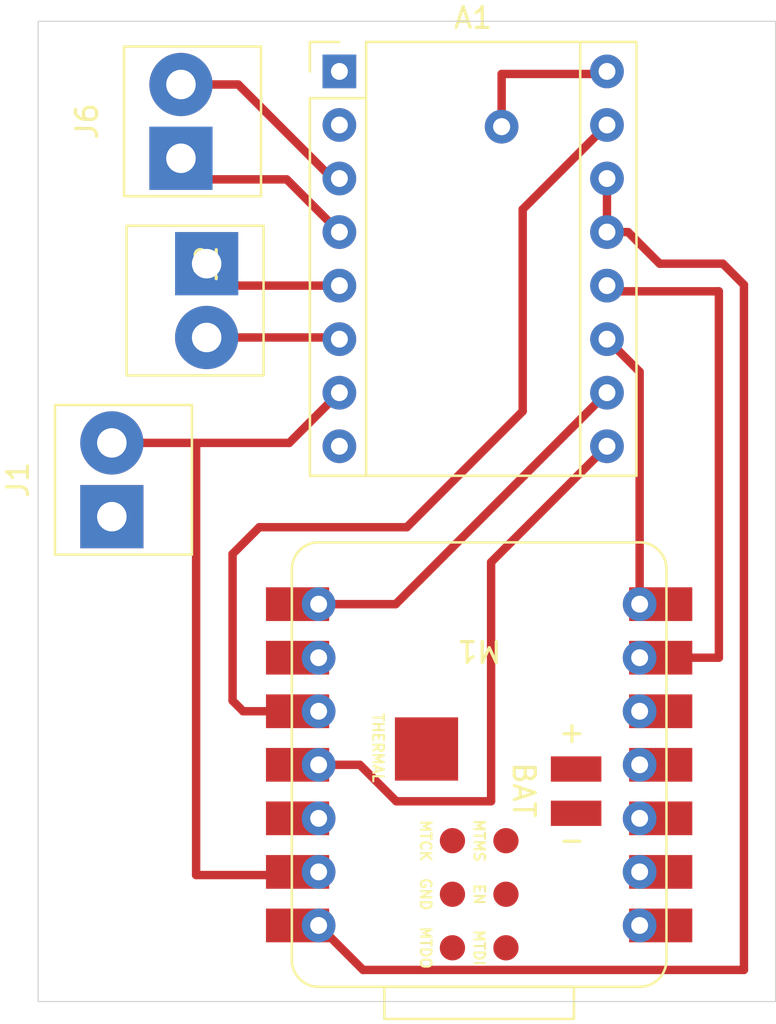
<source format=kicad_pcb>
(kicad_pcb (version 20240108) (generator "pcbnew") (generator_version "8.0")
  (layers (0 "F.Cu" signal) (31 "B.Cu" signal) (34 "B.Paste" user) (35 "F.Paste" user) (36 "B.SilkS" user "B.Silkscreen") (37 "F.SilkS" user "F.Silkscreen") (38 "B.Mask" user) (39 "F.Mask" user) (44 "Edge.Cuts" user))
  (net 0 "")
  (net 2 "VMOT")
  (net 17 "GND1")
  (net 18 "VMOT1")
  (net 19 "Net-(A1-M2)")
  (net 21 "Net-(A1-M0)")
  (net 22 "Net-(A1-~{RST})")
  (net 23 "Net-(A1-A1)")
  (net 24 "Net-(A1-DIR)")
  (net 25 "Net-(A1-B1)")
  (net 26 "Net-(A1-STEP)")
  (net 27 "Net-(A1-B2)")
  (net 28 "Net-(A1-~{EN})")
  (net 29 "Net-(A1-A2)")
  (net 30 "Net-(A1-M1)")
  (footprint "fab:TerminalBlock_OnShore_1x02_P3.50mm_Horizontal" (layer "F.Cu") (at 123.5 57 -90)
    (property "Reference" "J2" (at 0 0 90) (layer "F.SilkS"))
    (property "Value" "Screw_Terminal_01x02_P3.5mm")
    (fp_line (start -1.8 3.8) (end 5.3 3.8) (stroke (width 0.12)) (layer "F.SilkS"))
    (fp_line (start -1.8 -2.7) (end -1.8 3.8) (stroke (width 0.12)) (layer "F.SilkS"))
    (fp_line (start -1.8 -2.7) (end 5.3 -2.7) (stroke (width 0.12)) (layer "F.SilkS"))
    (fp_line (start 5.3 -2.7) (end 5.3 3.8) (stroke (width 0.12)) (layer "F.SilkS"))
    (pad "1" thru_hole rect (at 0 0 270) (size 3 3) (drill 1.4) (layers "*.Cu" "*.Mask") (net 25 "Net-(A1-B1)"))
    (pad "2" thru_hole circle (at 3.5 0 270) (size 3 3) (drill 1.4) (layers "*.Cu" "*.Mask") (net 27 "Net-(A1-B2)"))
  )
  (footprint "fab:TerminalBlock_OnShore_1x02_P3.50mm_Horizontal" (layer "F.Cu") (at 119 69 90)
    (property "Reference" "J1" (at 1.75 -4.46 90) (layer "F.SilkS"))
    (property "Value" "Screw_Terminal_01x02_P3.5mm")
    (fp_line (start 5.3 -2.7) (end 5.3 3.8) (stroke (width 0.12)) (layer "F.SilkS"))
    (fp_line (start -1.8 -2.7) (end 5.3 -2.7) (stroke (width 0.12)) (layer "F.SilkS"))
    (fp_line (start -1.8 -2.7) (end -1.8 3.8) (stroke (width 0.12)) (layer "F.SilkS"))
    (fp_line (start -1.8 3.8) (end 5.3 3.8) (stroke (width 0.12)) (layer "F.SilkS"))
    (pad "1" thru_hole rect (at 0 0 90) (size 3 3) (drill 1.4) (layers "*.Cu" "*.Mask") (net 18 "VMOT1"))
    (pad "2" thru_hole circle (at 3.5 0 90) (size 3 3) (drill 1.4) (layers "*.Cu" "*.Mask") (net 17 "GND1"))
  )
  (footprint "fab:TerminalBlock_OnShore_1x02_P3.50mm_Horizontal" (layer "F.Cu") (at 122.28 52 90)
    (property "Reference" "J6" (at 1.75 -4.46 90) (layer "F.SilkS"))
    (property "Value" "Screw_Terminal_01x02_P3.5mm" (hide yes))
    (fp_line (start 5.3 -2.7) (end 5.3 3.8) (stroke (width 0.12)) (layer "F.SilkS"))
    (fp_line (start -1.8 -2.7) (end 5.3 -2.7) (stroke (width 0.12)) (layer "F.SilkS"))
    (fp_line (start -1.8 -2.7) (end -1.8 3.8) (stroke (width 0.12)) (layer "F.SilkS"))
    (fp_line (start -1.8 3.8) (end 5.3 3.8) (stroke (width 0.12)) (layer "F.SilkS"))
    (pad "1" thru_hole rect (at 0 0 90) (size 3 3) (drill 1.4) (layers "*.Cu" "*.Mask") (net 23 "Net-(A1-A1)"))
    (pad "2" thru_hole circle (at 3.5 0 90) (size 3 3) (drill 1.4) (layers "*.Cu" "*.Mask") (net 29 "Net-(A1-A2)"))
  )
  (footprint "fab:SeeedStudio_XIAO_ESP32C3" (layer "F.Cu") (at 136.435 80.77 180)
    (property "Reference" "M1" (at 0 5.39 180) (layer "F.SilkS"))
    (property "Value" "Module_XIAO-ESP32C3")
    (fp_line (start 8.8925 -9.261) (end 8.8925 9.281) (stroke (width 0.12)) (layer "F.SilkS"))
    (fp_line (start 7.6225 10.551) (end -7.6175 10.551) (stroke (width 0.12)) (layer "F.SilkS"))
    (fp_line (start -7.6175 -10.531) (end 7.6225 -10.531) (stroke (width 0.12)) (layer "F.SilkS"))
    (fp_line (start -8.8875 9.281) (end -8.8875 -9.261) (stroke (width 0.12)) (layer "F.SilkS"))
    (fp_rect (start -4.4975 -10.531) (end 4.5025 -12.055) (stroke (width 0.12)) (fill none) (layer "F.SilkS"))
    (fp_arc (start 8.8925 9.281) (mid 8.520526 10.179026) (end 7.6225 10.551) (stroke (width 0.12)) (layer "F.SilkS"))
    (fp_arc (start 7.6225 -10.531) (mid 8.520526 -10.159026) (end 8.8925 -9.261) (stroke (width 0.12)) (layer "F.SilkS"))
    (fp_arc (start -7.6175 10.551) (mid -8.515526 10.179026) (end -8.8875 9.281) (stroke (width 0.12)) (layer "F.SilkS"))
    (fp_arc (start -8.8875 -9.261) (mid -8.515526 -10.159026) (end -7.6175 -10.531) (stroke (width 0.12)) (layer "F.SilkS"))
    (fp_text user "MTMS" (at 0 -3.6 -90) (layer "F.SilkS") (effects (font (size 0.5 0.5) (thickness 0.1) (bold yes))))
    (fp_text user "GND" (at 2.54 -6.14 -90) (layer "F.SilkS") (effects (font (size 0.5 0.5) (thickness 0.1) (bold yes))))
    (fp_text user "BAT" (at -2.7 -1.2 -90) (layer "F.SilkS") (effects (justify top)))
    (fp_text user "MTCK" (at 2.54 -3.6 -90) (layer "F.SilkS") (effects (font (size 0.5 0.5) (thickness 0.1) (bold yes))))
    (fp_text user "+" (at -4.4 1.4 180) (layer "F.SilkS"))
    (fp_text user "THERMAL" (at 4.8 0.8 -90) (layer "F.SilkS") (effects (font (size 0.5 0.5) (thickness 0.1) (bold yes))))
    (fp_text user "MTDI" (at 0 -8.68 -90) (layer "F.SilkS") (effects (font (size 0.5 0.5) (thickness 0.1) (bold yes))))
    (fp_text user "MTDO" (at 2.54 -8.68 -90) (layer "F.SilkS") (effects (font (size 0.5 0.5) (thickness 0.1) (bold yes))))
    (fp_text user "-" (at -4.4 -3.7 180) (layer "F.SilkS"))
    (fp_text user "EN" (at 0 -6.14 -90) (layer "F.SilkS") (effects (font (size 0.5 0.5) (thickness 0.1) (bold yes))))
    (pad "1" thru_hole circle (at -7.615 -7.62 180) (size 1.6 1.6) (drill 0.8) (layers "*.Cu" "*.Mask"))
    (pad "1" smd rect (at -7.615 -7.62 180) (size 3 1.6) (drill (offset -1 0)) (layers "F.Cu" "F.Paste" "F.Mask"))
    (pad "2" thru_hole circle (at -7.615 -5.08 180) (size 1.6 1.6) (drill 0.8) (layers "*.Cu" "*.Mask"))
    (pad "2" smd rect (at -7.615 -5.08 180) (size 3 1.6) (drill (offset -1 0)) (layers "F.Cu" "F.Paste" "F.Mask"))
    (pad "3" thru_hole circle (at -7.615 -2.54 180) (size 1.6 1.6) (drill 0.8) (layers "*.Cu" "*.Mask"))
    (pad "3" smd rect (at -7.615 -2.54 180) (size 3 1.6) (drill (offset -1 0)) (layers "F.Cu" "F.Paste" "F.Mask"))
    (pad "4" thru_hole circle (at -7.615 0 180) (size 1.6 1.6) (drill 0.8) (layers "*.Cu" "*.Mask"))
    (pad "4" smd rect (at -7.615 0 180) (size 3 1.6) (drill (offset -1 0)) (layers "F.Cu" "F.Paste" "F.Mask"))
    (pad "5" thru_hole circle (at -7.615 2.54 180) (size 1.6 1.6) (drill 0.8) (layers "*.Cu" "*.Mask"))
    (pad "5" smd rect (at -7.615 2.54 180) (size 3 1.6) (drill (offset -1 0)) (layers "F.Cu" "F.Paste" "F.Mask"))
    (pad "6" thru_hole circle (at -7.615 5.08 180) (size 1.6 1.6) (drill 0.8) (layers "*.Cu" "*.Mask") (net 19 "Net-(A1-M2)"))
    (pad "6" smd rect (at -7.615 5.08 180) (size 3 1.6) (drill (offset -1 0)) (layers "F.Cu" "F.Paste" "F.Mask") (net 19 "Net-(A1-M2)"))
    (pad "7" thru_hole circle (at -7.615 7.62 180) (size 1.6 1.6) (drill 0.8) (layers "*.Cu" "*.Mask") (net 30 "Net-(A1-M1)"))
    (pad "7" smd rect (at -7.615 7.62 180) (size 3 1.6) (drill (offset -1 0)) (layers "F.Cu" "F.Paste" "F.Mask") (net 30 "Net-(A1-M1)"))
    (pad "8" thru_hole circle (at 7.62 7.62 180) (size 1.6 1.6) (drill 0.8) (layers "*.Cu" "*.Mask") (net 21 "Net-(A1-M0)"))
    (pad "8" smd rect (at 7.62 7.62 180) (size 3 1.6) (drill (offset 1 0)) (layers "F.Cu" "F.Paste" "F.Mask") (net 21 "Net-(A1-M0)"))
    (pad "9" thru_hole circle (at 7.62 5.08 180) (size 1.6 1.6) (drill 0.8) (layers "*.Cu" "*.Mask") (net 24 "Net-(A1-DIR)"))
    (pad "9" smd rect (at 7.62 5.08 180) (size 3 1.6) (drill (offset 1 0)) (layers "F.Cu" "F.Paste" "F.Mask") (net 24 "Net-(A1-DIR)"))
    (pad "10" thru_hole circle (at 7.62 2.54 180) (size 1.6 1.6) (drill 0.8) (layers "*.Cu" "*.Mask") (net 26 "Net-(A1-STEP)"))
    (pad "10" smd rect (at 7.62 2.54 180) (size 3 1.6) (drill (offset 1 0)) (layers "F.Cu" "F.Paste" "F.Mask") (net 26 "Net-(A1-STEP)"))
    (pad "11" thru_hole circle (at 7.62 0 180) (size 1.6 1.6) (drill 0.8) (layers "*.Cu" "*.Mask") (net 28 "Net-(A1-~{EN})"))
    (pad "11" smd rect (at 7.62 0 180) (size 3 1.6) (drill (offset 1 0)) (layers "F.Cu" "F.Paste" "F.Mask") (net 28 "Net-(A1-~{EN})"))
    (pad "12" thru_hole circle (at 7.62 -2.54 180) (size 1.6 1.6) (drill 0.8) (layers "*.Cu" "*.Mask"))
    (pad "12" smd rect (at 7.62 -2.54 180) (size 3 1.6) (drill (offset 1 0)) (layers "F.Cu" "F.Paste" "F.Mask"))
    (pad "13" thru_hole circle (at 7.62 -5.08 180) (size 1.6 1.6) (drill 0.8) (layers "*.Cu" "*.Mask") (net 17 "GND1"))
    (pad "13" smd rect (at 7.62 -5.08 180) (size 3 1.6) (drill (offset 1 0)) (layers "F.Cu" "F.Paste" "F.Mask") (net 17 "GND1"))
    (pad "14" thru_hole circle (at 7.62 -7.62 180) (size 1.6 1.6) (drill 0.8) (layers "*.Cu" "*.Mask") (net 22 "Net-(A1-~{RST})"))
    (pad "14" smd rect (at 7.62 -7.62 180) (size 3 1.6) (drill (offset 1 0)) (layers "F.Cu" "F.Paste" "F.Mask") (net 22 "Net-(A1-~{RST})"))
    (pad "15" smd rect (at -4.6 -2.3 180) (size 2.4 1.2) (layers "F.Cu" "F.Paste" "F.Mask"))
    (pad "16" smd rect (at -4.6 -0.2 180) (size 2.4 1.2) (layers "F.Cu" "F.Paste" "F.Mask"))
    (pad "17" smd circle (at -1.27 -8.68 180) (size 1.2 1.2) (layers "F.Cu" "F.Paste" "F.Mask"))
    (pad "18" smd circle (at -1.27 -6.14 180) (size 1.2 1.2) (layers "F.Cu" "F.Paste" "F.Mask"))
    (pad "19" smd circle (at -1.27 -3.6 180) (size 1.2 1.2) (layers "F.Cu" "F.Paste" "F.Mask"))
    (pad "20" smd circle (at 1.27 -3.6 180) (size 1.2 1.2) (layers "F.Cu" "F.Paste" "F.Mask"))
    (pad "21" smd circle (at 1.27 -6.14 180) (size 1.2 1.2) (layers "F.Cu" "F.Paste" "F.Mask"))
    (pad "22" smd circle (at 1.27 -8.68 180) (size 1.2 1.2) (layers "F.Cu" "F.Paste" "F.Mask"))
    (pad "23" smd rect (at 2.5 0.75 180) (size 3 3) (layers "F.Cu" "F.Paste" "F.Mask"))
  )
  (footprint "Module:Pololu_Breakout-16_15.2x20.3mm" (layer "F.Cu") (at 129.8 47.88)
    (property "Reference" "A1" (at 6.35 -2.54 0) (layer "F.SilkS"))
    (property "Value" "Pololu_Breakout_DRV8825")
    (fp_line (start -1.4 -1.4) (end -1.4 0) (stroke (width 0.12)) (layer "F.SilkS"))
    (fp_line (start -1.4 1.27) (end -1.4 19.18) (stroke (width 0.12)) (layer "F.SilkS"))
    (fp_line (start -1.4 19.18) (end 14.1 19.18) (stroke (width 0.12)) (layer "F.SilkS"))
    (fp_line (start 0 -1.4) (end -1.4 -1.4) (stroke (width 0.12)) (layer "F.SilkS"))
    (fp_line (start 1.27 -1.4) (end 1.27 1.27) (stroke (width 0.12)) (layer "F.SilkS"))
    (fp_line (start 1.27 1.27) (end -1.4 1.27) (stroke (width 0.12)) (layer "F.SilkS"))
    (fp_line (start 1.27 1.27) (end 1.27 19.18) (stroke (width 0.12)) (layer "F.SilkS"))
    (fp_line (start 11.43 -1.4) (end 11.43 19.18) (stroke (width 0.12)) (layer "F.SilkS"))
    (fp_line (start 14.1 -1.4) (end 1.27 -1.4) (stroke (width 0.12)) (layer "F.SilkS"))
    (fp_line (start 14.1 19.18) (end 14.1 -1.4) (stroke (width 0.12)) (layer "F.SilkS"))
    (pad "1" thru_hole rect (at 0 0) (size 1.6 1.6) (drill oval 0.8) (layers "*.Cu" "*.Mask"))
    (pad "2" thru_hole oval (at 0 2.54) (size 1.6 1.6) (drill 0.8) (layers "*.Cu" "*.Mask"))
    (pad "3" thru_hole oval (at 0 5.08) (size 1.6 1.6) (drill 0.8) (layers "*.Cu" "*.Mask") (net 29 "Net-(A1-A2)"))
    (pad "4" thru_hole oval (at 0 7.62) (size 1.6 1.6) (drill 0.8) (layers "*.Cu" "*.Mask") (net 23 "Net-(A1-A1)"))
    (pad "5" thru_hole oval (at 0 10.16) (size 1.6 1.6) (drill 0.8) (layers "*.Cu" "*.Mask") (net 25 "Net-(A1-B1)"))
    (pad "6" thru_hole oval (at 0 12.7) (size 1.6 1.6) (drill 0.8) (layers "*.Cu" "*.Mask") (net 27 "Net-(A1-B2)"))
    (pad "7" thru_hole oval (at 0 15.24) (size 1.6 1.6) (drill 0.8) (layers "*.Cu" "*.Mask") (net 17 "GND1"))
    (pad "8" thru_hole oval (at 0 17.78) (size 1.6 1.6) (drill 0.8) (layers "*.Cu" "*.Mask") (net 2 "VMOT"))
    (pad "9" thru_hole oval (at 12.7 17.78) (size 1.6 1.6) (drill 0.8) (layers "*.Cu" "*.Mask") (net 28 "Net-(A1-~{EN})"))
    (pad "10" thru_hole oval (at 12.7 15.24) (size 1.6 1.6) (drill 0.8) (layers "*.Cu" "*.Mask") (net 21 "Net-(A1-M0)"))
    (pad "11" thru_hole oval (at 12.7 12.7) (size 1.6 1.6) (drill 0.8) (layers "*.Cu" "*.Mask") (net 30 "Net-(A1-M1)"))
    (pad "12" thru_hole oval (at 12.7 10.16) (size 1.6 1.6) (drill 0.8) (layers "*.Cu" "*.Mask") (net 19 "Net-(A1-M2)"))
    (pad "13" thru_hole oval (at 12.7 7.62) (size 1.6 1.6) (drill 0.8) (layers "*.Cu" "*.Mask") (net 22 "Net-(A1-~{RST})"))
    (pad "14" thru_hole oval (at 12.7 5.08) (size 1.6 1.6) (drill 0.8) (layers "*.Cu" "*.Mask") (net 22 "Net-(A1-~{RST})"))
    (pad "15" thru_hole oval (at 12.7 2.54) (size 1.6 1.6) (drill 0.8) (layers "*.Cu" "*.Mask") (net 26 "Net-(A1-STEP)"))
    (pad "16" thru_hole oval (at 12.7 0) (size 1.6 1.6) (drill oval 0.8) (layers "*.Cu" "*.Mask") (net 24 "Net-(A1-DIR)"))
  )
  (gr_rect (start 115.5 45.5) (end 150.5 92) (stroke (width 0.05)) (fill none) (layer "Edge.Cuts"))
  (segment (start 127.42 65.5) (end 129.8 63.12) (width 0.4) (layer "F.Cu") (net 17))
  (segment (start 128.665 86) (end 128.815 85.85) (width 0.4) (layer "F.Cu") (net 17))
  (segment (start 123 65.5) (end 123 86) (width 0.4) (layer "F.Cu") (net 17))
  (segment (start 123 86) (end 128.665 86) (width 0.4) (layer "F.Cu") (net 17))
  (segment (start 119 65.5) (end 123 65.5) (width 0.4) (layer "F.Cu") (net 17))
  (segment (start 123 65.5) (end 127.42 65.5) (width 0.4) (layer "F.Cu") (net 17))
  (segment (start 147.81 75.69) (end 147.81 58.31) (width 0.4) (layer "F.Cu") (net 19))
  (segment (start 144.05 75.69) (end 147.81 75.69) (width 0.4) (layer "F.Cu") (net 19))
  (segment (start 147.81 58.31) (end 142.77 58.31) (width 0.4) (layer "F.Cu") (net 19))
  (segment (start 142.77 58.31) (end 142.5 58.04) (width 0.4) (layer "F.Cu") (net 19))
  (segment (start 128.815 73.15) (end 132.47 73.15) (width 0.4) (layer "F.Cu") (net 21))
  (segment (start 132.47 73.15) (end 142.5 63.12) (width 0.4) (layer "F.Cu") (net 21))
  (segment (start 128.705 88.5) (end 128.815 88.39) (width 0.4) (layer "F.Cu") (net 22))
  (segment (start 143.5 55.5) (end 145 57) (width 0.4) (layer "F.Cu") (net 22))
  (segment (start 142.5 55.5) (end 142.5 52.96) (width 0.4) (layer "F.Cu") (net 22))
  (segment (start 148 57) (end 149 58) (width 0.4) (layer "F.Cu") (net 22))
  (segment (start 145 57) (end 148 57) (width 0.4) (layer "F.Cu") (net 22))
  (segment (start 149 90.5) (end 130.925 90.5) (width 0.4) (layer "F.Cu") (net 22))
  (segment (start 149 58) (end 149 90.5) (width 0.4) (layer "F.Cu") (net 22))
  (segment (start 142.5 55.5) (end 143.5 55.5) (width 0.4) (layer "F.Cu") (net 22))
  (segment (start 130.925 90.5) (end 128.815 88.39) (width 0.4) (layer "F.Cu") (net 22))
  (segment (start 123.28 53) (end 127.3 53) (width 0.4) (layer "F.Cu") (net 23))
  (segment (start 127.3 53) (end 129.8 55.5) (width 0.4) (layer "F.Cu") (net 23))
  (segment (start 122.28 52) (end 123.28 53) (width 0.4) (layer "F.Cu") (net 23))
  (segment (start 137.5 48) (end 137.5 50) (width 0.4) (layer "F.Cu") (net 24))
  (segment (start 128.505 76) (end 128.815 75.69) (width 0.4) (layer "F.Cu") (net 24))
  (segment (start 129.005 75.5) (end 128.815 75.69) (width 0.4) (layer "F.Cu") (net 24))
  (segment (start 142.38 48) (end 137.5 48) (width 0.4) (layer "F.Cu") (net 24))
  (segment (start 128.625 75.5) (end 128.815 75.69) (width 0.4) (layer "F.Cu") (net 24))
  (segment (start 142.5 47.88) (end 142.38 48) (width 0.4) (layer "F.Cu") (net 24))
  (via (at 137.5 50.5) (size 1.6) (drill 0.81) (layers "F.Cu" "B.Cu") (net 24))
  (segment (start 124.54 58.04) (end 123.5 57) (width 0.4) (layer "F.Cu") (net 25))
  (segment (start 129.8 58.04) (end 124.54 58.04) (width 0.4) (layer "F.Cu") (net 25))
  (segment (start 126 69.5) (end 133 69.5) (width 0.4) (layer "F.Cu") (net 26))
  (segment (start 133 69.5) (end 138.5 64) (width 0.4) (layer "F.Cu") (net 26))
  (segment (start 138.5 64) (end 138.5 54.42) (width 0.4) (layer "F.Cu") (net 26))
  (segment (start 125.23 78.23) (end 124.73 77.73) (width 0.4) (layer "F.Cu") (net 26))
  (segment (start 124.73 77.73) (end 124.73 70.77) (width 0.4) (layer "F.Cu") (net 26))
  (segment (start 138.5 54.42) (end 142.5 50.42) (width 0.4) (layer "F.Cu") (net 26))
  (segment (start 124.73 70.77) (end 126 69.5) (width 0.4) (layer "F.Cu") (net 26))
  (segment (start 128.815 78.23) (end 125.23 78.23) (width 0.4) (layer "F.Cu") (net 26))
  (segment (start 129.8 60.58) (end 129.72 60.5) (width 0.4) (layer "F.Cu") (net 27))
  (segment (start 123.67 60.33) (end 123.5 60.5) (width 0.4) (layer "F.Cu") (net 27))
  (segment (start 129.72 60.5) (end 123.5 60.5) (width 0.4) (layer "F.Cu") (net 27))
  (segment (start 132.5 82.5) (end 137 82.5) (width 0.4) (layer "F.Cu") (net 28))
  (segment (start 130.77 80.77) (end 132.5 82.5) (width 0.4) (layer "F.Cu") (net 28))
  (segment (start 128.815 80.77) (end 130.77 80.77) (width 0.4) (layer "F.Cu") (net 28))
  (segment (start 137 82.5) (end 137 71.16) (width 0.4) (layer "F.Cu") (net 28))
  (segment (start 137 71.16) (end 142.5 65.66) (width 0.4) (layer "F.Cu") (net 28))
  (segment (start 125 48.5) (end 122.28 48.5) (width 0.4) (layer "F.Cu") (net 29))
  (segment (start 129.46 52.96) (end 125 48.5) (width 0.4) (layer "F.Cu") (net 29))
  (segment (start 129.8 52.96) (end 129.46 52.96) (width 0.4) (layer "F.Cu") (net 29))
  (segment (start 144.05 62.13) (end 142.5 60.58) (width 0.4) (layer "F.Cu") (net 30))
  (segment (start 144.05 73.15) (end 144.05 62.13) (width 0.4) (layer "F.Cu") (net 30))
)
</source>
